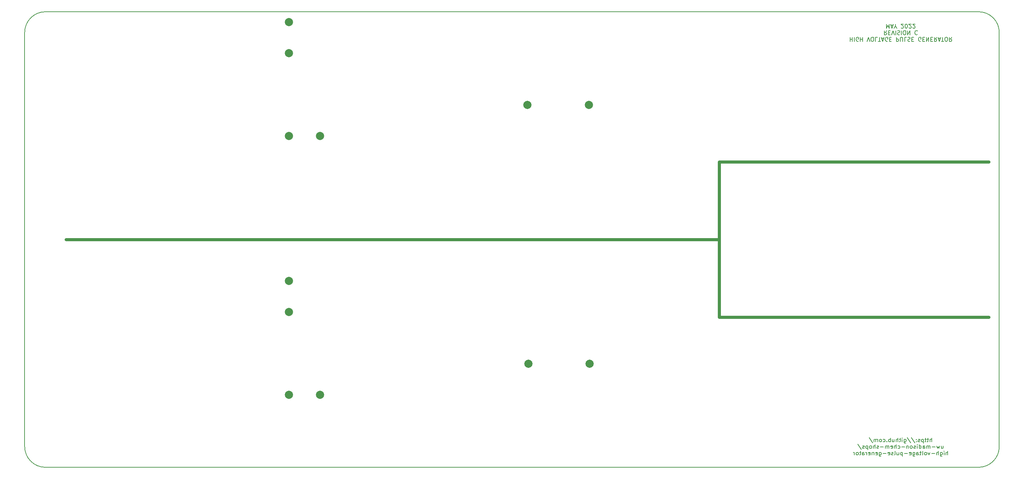
<source format=gbr>
%TF.GenerationSoftware,KiCad,Pcbnew,6.0.4+dfsg-1+b1*%
%TF.CreationDate,2022-05-18T11:28:58-05:00*%
%TF.ProjectId,HV-pulse-generator,48562d70-756c-4736-952d-67656e657261,C*%
%TF.SameCoordinates,Original*%
%TF.FileFunction,Legend,Bot*%
%TF.FilePolarity,Positive*%
%FSLAX46Y46*%
G04 Gerber Fmt 4.6, Leading zero omitted, Abs format (unit mm)*
G04 Created by KiCad (PCBNEW 6.0.4+dfsg-1+b1) date 2022-05-18 11:28:58*
%MOMM*%
%LPD*%
G01*
G04 APERTURE LIST*
%ADD10C,0.762000*%
%TA.AperFunction,Profile*%
%ADD11C,0.150000*%
%TD*%
%ADD12C,0.150000*%
%ADD13C,1.998980*%
G04 APERTURE END LIST*
D10*
X190500000Y-95250000D02*
X256540000Y-95250000D01*
X190500000Y-57150000D02*
X256540000Y-57150000D01*
X190500000Y-76200000D02*
X190500000Y-95250000D01*
X190500000Y-57150000D02*
X190500000Y-76200000D01*
X190500000Y-76200000D02*
X30480000Y-76200000D01*
D11*
X20320000Y-127000000D02*
X20320000Y-25400000D01*
X259080000Y-25400000D02*
G75*
G03*
X254000000Y-20320000I-5080000J0D01*
G01*
X254000000Y-132080000D02*
G75*
G03*
X259080000Y-127000000I0J5080000D01*
G01*
X254000000Y-20320000D02*
X25400000Y-20320000D01*
X259080000Y-25400000D02*
X259080000Y-127000000D01*
X254000000Y-132080000D02*
X25400000Y-132080000D01*
X20320000Y-127000000D02*
G75*
G03*
X25400000Y-132080000I5080000J0D01*
G01*
X25400000Y-20320000D02*
G75*
G03*
X20320000Y-25400000I0J-5080000D01*
G01*
D12*
X222521428Y-26557619D02*
X222521428Y-27557619D01*
X222521428Y-27081428D02*
X223092857Y-27081428D01*
X223092857Y-26557619D02*
X223092857Y-27557619D01*
X223569047Y-26557619D02*
X223569047Y-27557619D01*
X224569047Y-27510000D02*
X224473809Y-27557619D01*
X224330952Y-27557619D01*
X224188095Y-27510000D01*
X224092857Y-27414761D01*
X224045238Y-27319523D01*
X223997619Y-27129047D01*
X223997619Y-26986190D01*
X224045238Y-26795714D01*
X224092857Y-26700476D01*
X224188095Y-26605238D01*
X224330952Y-26557619D01*
X224426190Y-26557619D01*
X224569047Y-26605238D01*
X224616666Y-26652857D01*
X224616666Y-26986190D01*
X224426190Y-26986190D01*
X225045238Y-26557619D02*
X225045238Y-27557619D01*
X225045238Y-27081428D02*
X225616666Y-27081428D01*
X225616666Y-26557619D02*
X225616666Y-27557619D01*
X226711904Y-27557619D02*
X227045238Y-26557619D01*
X227378571Y-27557619D01*
X227902380Y-27557619D02*
X228092857Y-27557619D01*
X228188095Y-27510000D01*
X228283333Y-27414761D01*
X228330952Y-27224285D01*
X228330952Y-26890952D01*
X228283333Y-26700476D01*
X228188095Y-26605238D01*
X228092857Y-26557619D01*
X227902380Y-26557619D01*
X227807142Y-26605238D01*
X227711904Y-26700476D01*
X227664285Y-26890952D01*
X227664285Y-27224285D01*
X227711904Y-27414761D01*
X227807142Y-27510000D01*
X227902380Y-27557619D01*
X229235714Y-26557619D02*
X228759523Y-26557619D01*
X228759523Y-27557619D01*
X229426190Y-27557619D02*
X229997619Y-27557619D01*
X229711904Y-26557619D02*
X229711904Y-27557619D01*
X230283333Y-26843333D02*
X230759523Y-26843333D01*
X230188095Y-26557619D02*
X230521428Y-27557619D01*
X230854761Y-26557619D01*
X231711904Y-27510000D02*
X231616666Y-27557619D01*
X231473809Y-27557619D01*
X231330952Y-27510000D01*
X231235714Y-27414761D01*
X231188095Y-27319523D01*
X231140476Y-27129047D01*
X231140476Y-26986190D01*
X231188095Y-26795714D01*
X231235714Y-26700476D01*
X231330952Y-26605238D01*
X231473809Y-26557619D01*
X231569047Y-26557619D01*
X231711904Y-26605238D01*
X231759523Y-26652857D01*
X231759523Y-26986190D01*
X231569047Y-26986190D01*
X232188095Y-27081428D02*
X232521428Y-27081428D01*
X232664285Y-26557619D02*
X232188095Y-26557619D01*
X232188095Y-27557619D01*
X232664285Y-27557619D01*
X233854761Y-26557619D02*
X233854761Y-27557619D01*
X234235714Y-27557619D01*
X234330952Y-27510000D01*
X234378571Y-27462380D01*
X234426190Y-27367142D01*
X234426190Y-27224285D01*
X234378571Y-27129047D01*
X234330952Y-27081428D01*
X234235714Y-27033809D01*
X233854761Y-27033809D01*
X234854761Y-27557619D02*
X234854761Y-26748095D01*
X234902380Y-26652857D01*
X234950000Y-26605238D01*
X235045238Y-26557619D01*
X235235714Y-26557619D01*
X235330952Y-26605238D01*
X235378571Y-26652857D01*
X235426190Y-26748095D01*
X235426190Y-27557619D01*
X236378571Y-26557619D02*
X235902380Y-26557619D01*
X235902380Y-27557619D01*
X236664285Y-26605238D02*
X236807142Y-26557619D01*
X237045238Y-26557619D01*
X237140476Y-26605238D01*
X237188095Y-26652857D01*
X237235714Y-26748095D01*
X237235714Y-26843333D01*
X237188095Y-26938571D01*
X237140476Y-26986190D01*
X237045238Y-27033809D01*
X236854761Y-27081428D01*
X236759523Y-27129047D01*
X236711904Y-27176666D01*
X236664285Y-27271904D01*
X236664285Y-27367142D01*
X236711904Y-27462380D01*
X236759523Y-27510000D01*
X236854761Y-27557619D01*
X237092857Y-27557619D01*
X237235714Y-27510000D01*
X237664285Y-27081428D02*
X237997619Y-27081428D01*
X238140476Y-26557619D02*
X237664285Y-26557619D01*
X237664285Y-27557619D01*
X238140476Y-27557619D01*
X239854761Y-27510000D02*
X239759523Y-27557619D01*
X239616666Y-27557619D01*
X239473809Y-27510000D01*
X239378571Y-27414761D01*
X239330952Y-27319523D01*
X239283333Y-27129047D01*
X239283333Y-26986190D01*
X239330952Y-26795714D01*
X239378571Y-26700476D01*
X239473809Y-26605238D01*
X239616666Y-26557619D01*
X239711904Y-26557619D01*
X239854761Y-26605238D01*
X239902380Y-26652857D01*
X239902380Y-26986190D01*
X239711904Y-26986190D01*
X240330952Y-27081428D02*
X240664285Y-27081428D01*
X240807142Y-26557619D02*
X240330952Y-26557619D01*
X240330952Y-27557619D01*
X240807142Y-27557619D01*
X241235714Y-26557619D02*
X241235714Y-27557619D01*
X241807142Y-26557619D01*
X241807142Y-27557619D01*
X242283333Y-27081428D02*
X242616666Y-27081428D01*
X242759523Y-26557619D02*
X242283333Y-26557619D01*
X242283333Y-27557619D01*
X242759523Y-27557619D01*
X243759523Y-26557619D02*
X243426190Y-27033809D01*
X243188095Y-26557619D02*
X243188095Y-27557619D01*
X243569047Y-27557619D01*
X243664285Y-27510000D01*
X243711904Y-27462380D01*
X243759523Y-27367142D01*
X243759523Y-27224285D01*
X243711904Y-27129047D01*
X243664285Y-27081428D01*
X243569047Y-27033809D01*
X243188095Y-27033809D01*
X244140476Y-26843333D02*
X244616666Y-26843333D01*
X244045238Y-26557619D02*
X244378571Y-27557619D01*
X244711904Y-26557619D01*
X244902380Y-27557619D02*
X245473809Y-27557619D01*
X245188095Y-26557619D02*
X245188095Y-27557619D01*
X245997619Y-27557619D02*
X246188095Y-27557619D01*
X246283333Y-27510000D01*
X246378571Y-27414761D01*
X246426190Y-27224285D01*
X246426190Y-26890952D01*
X246378571Y-26700476D01*
X246283333Y-26605238D01*
X246188095Y-26557619D01*
X245997619Y-26557619D01*
X245902380Y-26605238D01*
X245807142Y-26700476D01*
X245759523Y-26890952D01*
X245759523Y-27224285D01*
X245807142Y-27414761D01*
X245902380Y-27510000D01*
X245997619Y-27557619D01*
X247426190Y-26557619D02*
X247092857Y-27033809D01*
X246854761Y-26557619D02*
X246854761Y-27557619D01*
X247235714Y-27557619D01*
X247330952Y-27510000D01*
X247378571Y-27462380D01*
X247426190Y-27367142D01*
X247426190Y-27224285D01*
X247378571Y-27129047D01*
X247330952Y-27081428D01*
X247235714Y-27033809D01*
X246854761Y-27033809D01*
X231497619Y-24947619D02*
X231164285Y-25423809D01*
X230926190Y-24947619D02*
X230926190Y-25947619D01*
X231307142Y-25947619D01*
X231402380Y-25900000D01*
X231450000Y-25852380D01*
X231497619Y-25757142D01*
X231497619Y-25614285D01*
X231450000Y-25519047D01*
X231402380Y-25471428D01*
X231307142Y-25423809D01*
X230926190Y-25423809D01*
X231926190Y-25471428D02*
X232259523Y-25471428D01*
X232402380Y-24947619D02*
X231926190Y-24947619D01*
X231926190Y-25947619D01*
X232402380Y-25947619D01*
X232688095Y-25947619D02*
X233021428Y-24947619D01*
X233354761Y-25947619D01*
X233688095Y-24947619D02*
X233688095Y-25947619D01*
X234116666Y-24995238D02*
X234259523Y-24947619D01*
X234497619Y-24947619D01*
X234592857Y-24995238D01*
X234640476Y-25042857D01*
X234688095Y-25138095D01*
X234688095Y-25233333D01*
X234640476Y-25328571D01*
X234592857Y-25376190D01*
X234497619Y-25423809D01*
X234307142Y-25471428D01*
X234211904Y-25519047D01*
X234164285Y-25566666D01*
X234116666Y-25661904D01*
X234116666Y-25757142D01*
X234164285Y-25852380D01*
X234211904Y-25900000D01*
X234307142Y-25947619D01*
X234545238Y-25947619D01*
X234688095Y-25900000D01*
X235116666Y-24947619D02*
X235116666Y-25947619D01*
X235783333Y-25947619D02*
X235973809Y-25947619D01*
X236069047Y-25900000D01*
X236164285Y-25804761D01*
X236211904Y-25614285D01*
X236211904Y-25280952D01*
X236164285Y-25090476D01*
X236069047Y-24995238D01*
X235973809Y-24947619D01*
X235783333Y-24947619D01*
X235688095Y-24995238D01*
X235592857Y-25090476D01*
X235545238Y-25280952D01*
X235545238Y-25614285D01*
X235592857Y-25804761D01*
X235688095Y-25900000D01*
X235783333Y-25947619D01*
X236640476Y-24947619D02*
X236640476Y-25947619D01*
X237211904Y-24947619D01*
X237211904Y-25947619D01*
X239021428Y-25042857D02*
X238973809Y-24995238D01*
X238830952Y-24947619D01*
X238735714Y-24947619D01*
X238592857Y-24995238D01*
X238497619Y-25090476D01*
X238450000Y-25185714D01*
X238402380Y-25376190D01*
X238402380Y-25519047D01*
X238450000Y-25709523D01*
X238497619Y-25804761D01*
X238592857Y-25900000D01*
X238735714Y-25947619D01*
X238830952Y-25947619D01*
X238973809Y-25900000D01*
X239021428Y-25852380D01*
X231473809Y-23337619D02*
X231473809Y-24337619D01*
X231807142Y-23623333D01*
X232140476Y-24337619D01*
X232140476Y-23337619D01*
X232569047Y-23623333D02*
X233045238Y-23623333D01*
X232473809Y-23337619D02*
X232807142Y-24337619D01*
X233140476Y-23337619D01*
X233664285Y-23813809D02*
X233664285Y-23337619D01*
X233330952Y-24337619D02*
X233664285Y-23813809D01*
X233997619Y-24337619D01*
X235045238Y-24242380D02*
X235092857Y-24290000D01*
X235188095Y-24337619D01*
X235426190Y-24337619D01*
X235521428Y-24290000D01*
X235569047Y-24242380D01*
X235616666Y-24147142D01*
X235616666Y-24051904D01*
X235569047Y-23909047D01*
X234997619Y-23337619D01*
X235616666Y-23337619D01*
X236235714Y-24337619D02*
X236330952Y-24337619D01*
X236426190Y-24290000D01*
X236473809Y-24242380D01*
X236521428Y-24147142D01*
X236569047Y-23956666D01*
X236569047Y-23718571D01*
X236521428Y-23528095D01*
X236473809Y-23432857D01*
X236426190Y-23385238D01*
X236330952Y-23337619D01*
X236235714Y-23337619D01*
X236140476Y-23385238D01*
X236092857Y-23432857D01*
X236045238Y-23528095D01*
X235997619Y-23718571D01*
X235997619Y-23956666D01*
X236045238Y-24147142D01*
X236092857Y-24242380D01*
X236140476Y-24290000D01*
X236235714Y-24337619D01*
X236950000Y-24242380D02*
X236997619Y-24290000D01*
X237092857Y-24337619D01*
X237330952Y-24337619D01*
X237426190Y-24290000D01*
X237473809Y-24242380D01*
X237521428Y-24147142D01*
X237521428Y-24051904D01*
X237473809Y-23909047D01*
X236902380Y-23337619D01*
X237521428Y-23337619D01*
X237902380Y-24242380D02*
X237950000Y-24290000D01*
X238045238Y-24337619D01*
X238283333Y-24337619D01*
X238378571Y-24290000D01*
X238426190Y-24242380D01*
X238473809Y-24147142D01*
X238473809Y-24051904D01*
X238426190Y-23909047D01*
X237854761Y-23337619D01*
X238473809Y-23337619D01*
X242521428Y-125842380D02*
X242521428Y-124842380D01*
X242092857Y-125842380D02*
X242092857Y-125318571D01*
X242140476Y-125223333D01*
X242235714Y-125175714D01*
X242378571Y-125175714D01*
X242473809Y-125223333D01*
X242521428Y-125270952D01*
X241759523Y-125175714D02*
X241378571Y-125175714D01*
X241616666Y-124842380D02*
X241616666Y-125699523D01*
X241569047Y-125794761D01*
X241473809Y-125842380D01*
X241378571Y-125842380D01*
X241188095Y-125175714D02*
X240807142Y-125175714D01*
X241045238Y-124842380D02*
X241045238Y-125699523D01*
X240997619Y-125794761D01*
X240902380Y-125842380D01*
X240807142Y-125842380D01*
X240473809Y-125175714D02*
X240473809Y-126175714D01*
X240473809Y-125223333D02*
X240378571Y-125175714D01*
X240188095Y-125175714D01*
X240092857Y-125223333D01*
X240045238Y-125270952D01*
X239997619Y-125366190D01*
X239997619Y-125651904D01*
X240045238Y-125747142D01*
X240092857Y-125794761D01*
X240188095Y-125842380D01*
X240378571Y-125842380D01*
X240473809Y-125794761D01*
X239616666Y-125794761D02*
X239521428Y-125842380D01*
X239330952Y-125842380D01*
X239235714Y-125794761D01*
X239188095Y-125699523D01*
X239188095Y-125651904D01*
X239235714Y-125556666D01*
X239330952Y-125509047D01*
X239473809Y-125509047D01*
X239569047Y-125461428D01*
X239616666Y-125366190D01*
X239616666Y-125318571D01*
X239569047Y-125223333D01*
X239473809Y-125175714D01*
X239330952Y-125175714D01*
X239235714Y-125223333D01*
X238759523Y-125747142D02*
X238711904Y-125794761D01*
X238759523Y-125842380D01*
X238807142Y-125794761D01*
X238759523Y-125747142D01*
X238759523Y-125842380D01*
X238759523Y-125223333D02*
X238711904Y-125270952D01*
X238759523Y-125318571D01*
X238807142Y-125270952D01*
X238759523Y-125223333D01*
X238759523Y-125318571D01*
X237569047Y-124794761D02*
X238426190Y-126080476D01*
X236521428Y-124794761D02*
X237378571Y-126080476D01*
X235759523Y-125175714D02*
X235759523Y-125985238D01*
X235807142Y-126080476D01*
X235854761Y-126128095D01*
X235950000Y-126175714D01*
X236092857Y-126175714D01*
X236188095Y-126128095D01*
X235759523Y-125794761D02*
X235854761Y-125842380D01*
X236045238Y-125842380D01*
X236140476Y-125794761D01*
X236188095Y-125747142D01*
X236235714Y-125651904D01*
X236235714Y-125366190D01*
X236188095Y-125270952D01*
X236140476Y-125223333D01*
X236045238Y-125175714D01*
X235854761Y-125175714D01*
X235759523Y-125223333D01*
X235283333Y-125842380D02*
X235283333Y-125175714D01*
X235283333Y-124842380D02*
X235330952Y-124890000D01*
X235283333Y-124937619D01*
X235235714Y-124890000D01*
X235283333Y-124842380D01*
X235283333Y-124937619D01*
X234950000Y-125175714D02*
X234569047Y-125175714D01*
X234807142Y-124842380D02*
X234807142Y-125699523D01*
X234759523Y-125794761D01*
X234664285Y-125842380D01*
X234569047Y-125842380D01*
X234235714Y-125842380D02*
X234235714Y-124842380D01*
X233807142Y-125842380D02*
X233807142Y-125318571D01*
X233854761Y-125223333D01*
X233950000Y-125175714D01*
X234092857Y-125175714D01*
X234188095Y-125223333D01*
X234235714Y-125270952D01*
X232902380Y-125175714D02*
X232902380Y-125842380D01*
X233330952Y-125175714D02*
X233330952Y-125699523D01*
X233283333Y-125794761D01*
X233188095Y-125842380D01*
X233045238Y-125842380D01*
X232950000Y-125794761D01*
X232902380Y-125747142D01*
X232426190Y-125842380D02*
X232426190Y-124842380D01*
X232426190Y-125223333D02*
X232330952Y-125175714D01*
X232140476Y-125175714D01*
X232045238Y-125223333D01*
X231997619Y-125270952D01*
X231950000Y-125366190D01*
X231950000Y-125651904D01*
X231997619Y-125747142D01*
X232045238Y-125794761D01*
X232140476Y-125842380D01*
X232330952Y-125842380D01*
X232426190Y-125794761D01*
X231521428Y-125747142D02*
X231473809Y-125794761D01*
X231521428Y-125842380D01*
X231569047Y-125794761D01*
X231521428Y-125747142D01*
X231521428Y-125842380D01*
X230616666Y-125794761D02*
X230711904Y-125842380D01*
X230902380Y-125842380D01*
X230997619Y-125794761D01*
X231045238Y-125747142D01*
X231092857Y-125651904D01*
X231092857Y-125366190D01*
X231045238Y-125270952D01*
X230997619Y-125223333D01*
X230902380Y-125175714D01*
X230711904Y-125175714D01*
X230616666Y-125223333D01*
X230045238Y-125842380D02*
X230140476Y-125794761D01*
X230188095Y-125747142D01*
X230235714Y-125651904D01*
X230235714Y-125366190D01*
X230188095Y-125270952D01*
X230140476Y-125223333D01*
X230045238Y-125175714D01*
X229902380Y-125175714D01*
X229807142Y-125223333D01*
X229759523Y-125270952D01*
X229711904Y-125366190D01*
X229711904Y-125651904D01*
X229759523Y-125747142D01*
X229807142Y-125794761D01*
X229902380Y-125842380D01*
X230045238Y-125842380D01*
X229283333Y-125842380D02*
X229283333Y-125175714D01*
X229283333Y-125270952D02*
X229235714Y-125223333D01*
X229140476Y-125175714D01*
X228997619Y-125175714D01*
X228902380Y-125223333D01*
X228854761Y-125318571D01*
X228854761Y-125842380D01*
X228854761Y-125318571D02*
X228807142Y-125223333D01*
X228711904Y-125175714D01*
X228569047Y-125175714D01*
X228473809Y-125223333D01*
X228426190Y-125318571D01*
X228426190Y-125842380D01*
X227235714Y-124794761D02*
X228092857Y-126080476D01*
X244902380Y-126785714D02*
X244902380Y-127452380D01*
X245330952Y-126785714D02*
X245330952Y-127309523D01*
X245283333Y-127404761D01*
X245188095Y-127452380D01*
X245045238Y-127452380D01*
X244950000Y-127404761D01*
X244902380Y-127357142D01*
X244521428Y-126785714D02*
X244330952Y-127452380D01*
X244140476Y-126976190D01*
X243950000Y-127452380D01*
X243759523Y-126785714D01*
X243378571Y-127071428D02*
X242616666Y-127071428D01*
X242140476Y-127452380D02*
X242140476Y-126785714D01*
X242140476Y-126880952D02*
X242092857Y-126833333D01*
X241997619Y-126785714D01*
X241854761Y-126785714D01*
X241759523Y-126833333D01*
X241711904Y-126928571D01*
X241711904Y-127452380D01*
X241711904Y-126928571D02*
X241664285Y-126833333D01*
X241569047Y-126785714D01*
X241426190Y-126785714D01*
X241330952Y-126833333D01*
X241283333Y-126928571D01*
X241283333Y-127452380D01*
X240378571Y-127452380D02*
X240378571Y-126928571D01*
X240426190Y-126833333D01*
X240521428Y-126785714D01*
X240711904Y-126785714D01*
X240807142Y-126833333D01*
X240378571Y-127404761D02*
X240473809Y-127452380D01*
X240711904Y-127452380D01*
X240807142Y-127404761D01*
X240854761Y-127309523D01*
X240854761Y-127214285D01*
X240807142Y-127119047D01*
X240711904Y-127071428D01*
X240473809Y-127071428D01*
X240378571Y-127023809D01*
X239473809Y-127452380D02*
X239473809Y-126452380D01*
X239473809Y-127404761D02*
X239569047Y-127452380D01*
X239759523Y-127452380D01*
X239854761Y-127404761D01*
X239902380Y-127357142D01*
X239950000Y-127261904D01*
X239950000Y-126976190D01*
X239902380Y-126880952D01*
X239854761Y-126833333D01*
X239759523Y-126785714D01*
X239569047Y-126785714D01*
X239473809Y-126833333D01*
X238997619Y-127452380D02*
X238997619Y-126785714D01*
X238997619Y-126452380D02*
X239045238Y-126500000D01*
X238997619Y-126547619D01*
X238950000Y-126500000D01*
X238997619Y-126452380D01*
X238997619Y-126547619D01*
X238569047Y-127404761D02*
X238473809Y-127452380D01*
X238283333Y-127452380D01*
X238188095Y-127404761D01*
X238140476Y-127309523D01*
X238140476Y-127261904D01*
X238188095Y-127166666D01*
X238283333Y-127119047D01*
X238426190Y-127119047D01*
X238521428Y-127071428D01*
X238569047Y-126976190D01*
X238569047Y-126928571D01*
X238521428Y-126833333D01*
X238426190Y-126785714D01*
X238283333Y-126785714D01*
X238188095Y-126833333D01*
X237569047Y-127452380D02*
X237664285Y-127404761D01*
X237711904Y-127357142D01*
X237759523Y-127261904D01*
X237759523Y-126976190D01*
X237711904Y-126880952D01*
X237664285Y-126833333D01*
X237569047Y-126785714D01*
X237426190Y-126785714D01*
X237330952Y-126833333D01*
X237283333Y-126880952D01*
X237235714Y-126976190D01*
X237235714Y-127261904D01*
X237283333Y-127357142D01*
X237330952Y-127404761D01*
X237426190Y-127452380D01*
X237569047Y-127452380D01*
X236807142Y-126785714D02*
X236807142Y-127452380D01*
X236807142Y-126880952D02*
X236759523Y-126833333D01*
X236664285Y-126785714D01*
X236521428Y-126785714D01*
X236426190Y-126833333D01*
X236378571Y-126928571D01*
X236378571Y-127452380D01*
X235902380Y-127071428D02*
X235140476Y-127071428D01*
X234235714Y-127404761D02*
X234330952Y-127452380D01*
X234521428Y-127452380D01*
X234616666Y-127404761D01*
X234664285Y-127357142D01*
X234711904Y-127261904D01*
X234711904Y-126976190D01*
X234664285Y-126880952D01*
X234616666Y-126833333D01*
X234521428Y-126785714D01*
X234330952Y-126785714D01*
X234235714Y-126833333D01*
X233807142Y-127452380D02*
X233807142Y-126452380D01*
X233378571Y-127452380D02*
X233378571Y-126928571D01*
X233426190Y-126833333D01*
X233521428Y-126785714D01*
X233664285Y-126785714D01*
X233759523Y-126833333D01*
X233807142Y-126880952D01*
X232521428Y-127404761D02*
X232616666Y-127452380D01*
X232807142Y-127452380D01*
X232902380Y-127404761D01*
X232950000Y-127309523D01*
X232950000Y-126928571D01*
X232902380Y-126833333D01*
X232807142Y-126785714D01*
X232616666Y-126785714D01*
X232521428Y-126833333D01*
X232473809Y-126928571D01*
X232473809Y-127023809D01*
X232950000Y-127119047D01*
X232045238Y-127452380D02*
X232045238Y-126785714D01*
X232045238Y-126880952D02*
X231997619Y-126833333D01*
X231902380Y-126785714D01*
X231759523Y-126785714D01*
X231664285Y-126833333D01*
X231616666Y-126928571D01*
X231616666Y-127452380D01*
X231616666Y-126928571D02*
X231569047Y-126833333D01*
X231473809Y-126785714D01*
X231330952Y-126785714D01*
X231235714Y-126833333D01*
X231188095Y-126928571D01*
X231188095Y-127452380D01*
X230711904Y-127071428D02*
X229950000Y-127071428D01*
X229521428Y-127404761D02*
X229426190Y-127452380D01*
X229235714Y-127452380D01*
X229140476Y-127404761D01*
X229092857Y-127309523D01*
X229092857Y-127261904D01*
X229140476Y-127166666D01*
X229235714Y-127119047D01*
X229378571Y-127119047D01*
X229473809Y-127071428D01*
X229521428Y-126976190D01*
X229521428Y-126928571D01*
X229473809Y-126833333D01*
X229378571Y-126785714D01*
X229235714Y-126785714D01*
X229140476Y-126833333D01*
X228664285Y-127452380D02*
X228664285Y-126452380D01*
X228235714Y-127452380D02*
X228235714Y-126928571D01*
X228283333Y-126833333D01*
X228378571Y-126785714D01*
X228521428Y-126785714D01*
X228616666Y-126833333D01*
X228664285Y-126880952D01*
X227616666Y-127452380D02*
X227711904Y-127404761D01*
X227759523Y-127357142D01*
X227807142Y-127261904D01*
X227807142Y-126976190D01*
X227759523Y-126880952D01*
X227711904Y-126833333D01*
X227616666Y-126785714D01*
X227473809Y-126785714D01*
X227378571Y-126833333D01*
X227330952Y-126880952D01*
X227283333Y-126976190D01*
X227283333Y-127261904D01*
X227330952Y-127357142D01*
X227378571Y-127404761D01*
X227473809Y-127452380D01*
X227616666Y-127452380D01*
X226854761Y-126785714D02*
X226854761Y-127785714D01*
X226854761Y-126833333D02*
X226759523Y-126785714D01*
X226569047Y-126785714D01*
X226473809Y-126833333D01*
X226426190Y-126880952D01*
X226378571Y-126976190D01*
X226378571Y-127261904D01*
X226426190Y-127357142D01*
X226473809Y-127404761D01*
X226569047Y-127452380D01*
X226759523Y-127452380D01*
X226854761Y-127404761D01*
X225997619Y-127404761D02*
X225902380Y-127452380D01*
X225711904Y-127452380D01*
X225616666Y-127404761D01*
X225569047Y-127309523D01*
X225569047Y-127261904D01*
X225616666Y-127166666D01*
X225711904Y-127119047D01*
X225854761Y-127119047D01*
X225950000Y-127071428D01*
X225997619Y-126976190D01*
X225997619Y-126928571D01*
X225950000Y-126833333D01*
X225854761Y-126785714D01*
X225711904Y-126785714D01*
X225616666Y-126833333D01*
X224426190Y-126404761D02*
X225283333Y-127690476D01*
X246450000Y-129062380D02*
X246450000Y-128062380D01*
X246021428Y-129062380D02*
X246021428Y-128538571D01*
X246069047Y-128443333D01*
X246164285Y-128395714D01*
X246307142Y-128395714D01*
X246402380Y-128443333D01*
X246450000Y-128490952D01*
X245545238Y-129062380D02*
X245545238Y-128395714D01*
X245545238Y-128062380D02*
X245592857Y-128110000D01*
X245545238Y-128157619D01*
X245497619Y-128110000D01*
X245545238Y-128062380D01*
X245545238Y-128157619D01*
X244640476Y-128395714D02*
X244640476Y-129205238D01*
X244688095Y-129300476D01*
X244735714Y-129348095D01*
X244830952Y-129395714D01*
X244973809Y-129395714D01*
X245069047Y-129348095D01*
X244640476Y-129014761D02*
X244735714Y-129062380D01*
X244926190Y-129062380D01*
X245021428Y-129014761D01*
X245069047Y-128967142D01*
X245116666Y-128871904D01*
X245116666Y-128586190D01*
X245069047Y-128490952D01*
X245021428Y-128443333D01*
X244926190Y-128395714D01*
X244735714Y-128395714D01*
X244640476Y-128443333D01*
X244164285Y-129062380D02*
X244164285Y-128062380D01*
X243735714Y-129062380D02*
X243735714Y-128538571D01*
X243783333Y-128443333D01*
X243878571Y-128395714D01*
X244021428Y-128395714D01*
X244116666Y-128443333D01*
X244164285Y-128490952D01*
X243259523Y-128681428D02*
X242497619Y-128681428D01*
X242116666Y-128395714D02*
X241878571Y-129062380D01*
X241640476Y-128395714D01*
X241116666Y-129062380D02*
X241211904Y-129014761D01*
X241259523Y-128967142D01*
X241307142Y-128871904D01*
X241307142Y-128586190D01*
X241259523Y-128490952D01*
X241211904Y-128443333D01*
X241116666Y-128395714D01*
X240973809Y-128395714D01*
X240878571Y-128443333D01*
X240830952Y-128490952D01*
X240783333Y-128586190D01*
X240783333Y-128871904D01*
X240830952Y-128967142D01*
X240878571Y-129014761D01*
X240973809Y-129062380D01*
X241116666Y-129062380D01*
X240211904Y-129062380D02*
X240307142Y-129014761D01*
X240354761Y-128919523D01*
X240354761Y-128062380D01*
X239973809Y-128395714D02*
X239592857Y-128395714D01*
X239830952Y-128062380D02*
X239830952Y-128919523D01*
X239783333Y-129014761D01*
X239688095Y-129062380D01*
X239592857Y-129062380D01*
X238830952Y-129062380D02*
X238830952Y-128538571D01*
X238878571Y-128443333D01*
X238973809Y-128395714D01*
X239164285Y-128395714D01*
X239259523Y-128443333D01*
X238830952Y-129014761D02*
X238926190Y-129062380D01*
X239164285Y-129062380D01*
X239259523Y-129014761D01*
X239307142Y-128919523D01*
X239307142Y-128824285D01*
X239259523Y-128729047D01*
X239164285Y-128681428D01*
X238926190Y-128681428D01*
X238830952Y-128633809D01*
X237926190Y-128395714D02*
X237926190Y-129205238D01*
X237973809Y-129300476D01*
X238021428Y-129348095D01*
X238116666Y-129395714D01*
X238259523Y-129395714D01*
X238354761Y-129348095D01*
X237926190Y-129014761D02*
X238021428Y-129062380D01*
X238211904Y-129062380D01*
X238307142Y-129014761D01*
X238354761Y-128967142D01*
X238402380Y-128871904D01*
X238402380Y-128586190D01*
X238354761Y-128490952D01*
X238307142Y-128443333D01*
X238211904Y-128395714D01*
X238021428Y-128395714D01*
X237926190Y-128443333D01*
X237069047Y-129014761D02*
X237164285Y-129062380D01*
X237354761Y-129062380D01*
X237450000Y-129014761D01*
X237497619Y-128919523D01*
X237497619Y-128538571D01*
X237450000Y-128443333D01*
X237354761Y-128395714D01*
X237164285Y-128395714D01*
X237069047Y-128443333D01*
X237021428Y-128538571D01*
X237021428Y-128633809D01*
X237497619Y-128729047D01*
X236592857Y-128681428D02*
X235830952Y-128681428D01*
X235354761Y-128395714D02*
X235354761Y-129395714D01*
X235354761Y-128443333D02*
X235259523Y-128395714D01*
X235069047Y-128395714D01*
X234973809Y-128443333D01*
X234926190Y-128490952D01*
X234878571Y-128586190D01*
X234878571Y-128871904D01*
X234926190Y-128967142D01*
X234973809Y-129014761D01*
X235069047Y-129062380D01*
X235259523Y-129062380D01*
X235354761Y-129014761D01*
X234021428Y-128395714D02*
X234021428Y-129062380D01*
X234450000Y-128395714D02*
X234450000Y-128919523D01*
X234402380Y-129014761D01*
X234307142Y-129062380D01*
X234164285Y-129062380D01*
X234069047Y-129014761D01*
X234021428Y-128967142D01*
X233402380Y-129062380D02*
X233497619Y-129014761D01*
X233545238Y-128919523D01*
X233545238Y-128062380D01*
X233069047Y-129014761D02*
X232973809Y-129062380D01*
X232783333Y-129062380D01*
X232688095Y-129014761D01*
X232640476Y-128919523D01*
X232640476Y-128871904D01*
X232688095Y-128776666D01*
X232783333Y-128729047D01*
X232926190Y-128729047D01*
X233021428Y-128681428D01*
X233069047Y-128586190D01*
X233069047Y-128538571D01*
X233021428Y-128443333D01*
X232926190Y-128395714D01*
X232783333Y-128395714D01*
X232688095Y-128443333D01*
X231830952Y-129014761D02*
X231926190Y-129062380D01*
X232116666Y-129062380D01*
X232211904Y-129014761D01*
X232259523Y-128919523D01*
X232259523Y-128538571D01*
X232211904Y-128443333D01*
X232116666Y-128395714D01*
X231926190Y-128395714D01*
X231830952Y-128443333D01*
X231783333Y-128538571D01*
X231783333Y-128633809D01*
X232259523Y-128729047D01*
X231354761Y-128681428D02*
X230592857Y-128681428D01*
X229688095Y-128395714D02*
X229688095Y-129205238D01*
X229735714Y-129300476D01*
X229783333Y-129348095D01*
X229878571Y-129395714D01*
X230021428Y-129395714D01*
X230116666Y-129348095D01*
X229688095Y-129014761D02*
X229783333Y-129062380D01*
X229973809Y-129062380D01*
X230069047Y-129014761D01*
X230116666Y-128967142D01*
X230164285Y-128871904D01*
X230164285Y-128586190D01*
X230116666Y-128490952D01*
X230069047Y-128443333D01*
X229973809Y-128395714D01*
X229783333Y-128395714D01*
X229688095Y-128443333D01*
X228830952Y-129014761D02*
X228926190Y-129062380D01*
X229116666Y-129062380D01*
X229211904Y-129014761D01*
X229259523Y-128919523D01*
X229259523Y-128538571D01*
X229211904Y-128443333D01*
X229116666Y-128395714D01*
X228926190Y-128395714D01*
X228830952Y-128443333D01*
X228783333Y-128538571D01*
X228783333Y-128633809D01*
X229259523Y-128729047D01*
X228354761Y-128395714D02*
X228354761Y-129062380D01*
X228354761Y-128490952D02*
X228307142Y-128443333D01*
X228211904Y-128395714D01*
X228069047Y-128395714D01*
X227973809Y-128443333D01*
X227926190Y-128538571D01*
X227926190Y-129062380D01*
X227069047Y-129014761D02*
X227164285Y-129062380D01*
X227354761Y-129062380D01*
X227450000Y-129014761D01*
X227497619Y-128919523D01*
X227497619Y-128538571D01*
X227450000Y-128443333D01*
X227354761Y-128395714D01*
X227164285Y-128395714D01*
X227069047Y-128443333D01*
X227021428Y-128538571D01*
X227021428Y-128633809D01*
X227497619Y-128729047D01*
X226592857Y-129062380D02*
X226592857Y-128395714D01*
X226592857Y-128586190D02*
X226545238Y-128490952D01*
X226497619Y-128443333D01*
X226402380Y-128395714D01*
X226307142Y-128395714D01*
X225545238Y-129062380D02*
X225545238Y-128538571D01*
X225592857Y-128443333D01*
X225688095Y-128395714D01*
X225878571Y-128395714D01*
X225973809Y-128443333D01*
X225545238Y-129014761D02*
X225640476Y-129062380D01*
X225878571Y-129062380D01*
X225973809Y-129014761D01*
X226021428Y-128919523D01*
X226021428Y-128824285D01*
X225973809Y-128729047D01*
X225878571Y-128681428D01*
X225640476Y-128681428D01*
X225545238Y-128633809D01*
X225211904Y-128395714D02*
X224830952Y-128395714D01*
X225069047Y-128062380D02*
X225069047Y-128919523D01*
X225021428Y-129014761D01*
X224926190Y-129062380D01*
X224830952Y-129062380D01*
X224354761Y-129062380D02*
X224450000Y-129014761D01*
X224497619Y-128967142D01*
X224545238Y-128871904D01*
X224545238Y-128586190D01*
X224497619Y-128490952D01*
X224450000Y-128443333D01*
X224354761Y-128395714D01*
X224211904Y-128395714D01*
X224116666Y-128443333D01*
X224069047Y-128490952D01*
X224021428Y-128586190D01*
X224021428Y-128871904D01*
X224069047Y-128967142D01*
X224116666Y-129014761D01*
X224211904Y-129062380D01*
X224354761Y-129062380D01*
X223592857Y-129062380D02*
X223592857Y-128395714D01*
X223592857Y-128586190D02*
X223545238Y-128490952D01*
X223497619Y-128443333D01*
X223402380Y-128395714D01*
X223307142Y-128395714D01*
D13*
%TO.C,R2*%
X92710000Y-114300000D03*
X85090000Y-114300000D03*
%TD*%
%TO.C,R3*%
X85090000Y-93980000D03*
X85090000Y-86360000D03*
%TD*%
%TO.C,R4*%
X158750000Y-106680000D03*
X143750000Y-106680000D03*
%TD*%
%TO.C,R7*%
X85090000Y-30480000D03*
X85090000Y-22860000D03*
%TD*%
%TO.C,R6*%
X92710000Y-50800000D03*
X85090000Y-50800000D03*
%TD*%
%TO.C,R8*%
X143510000Y-43180000D03*
X158510000Y-43180000D03*
%TD*%
M02*

</source>
